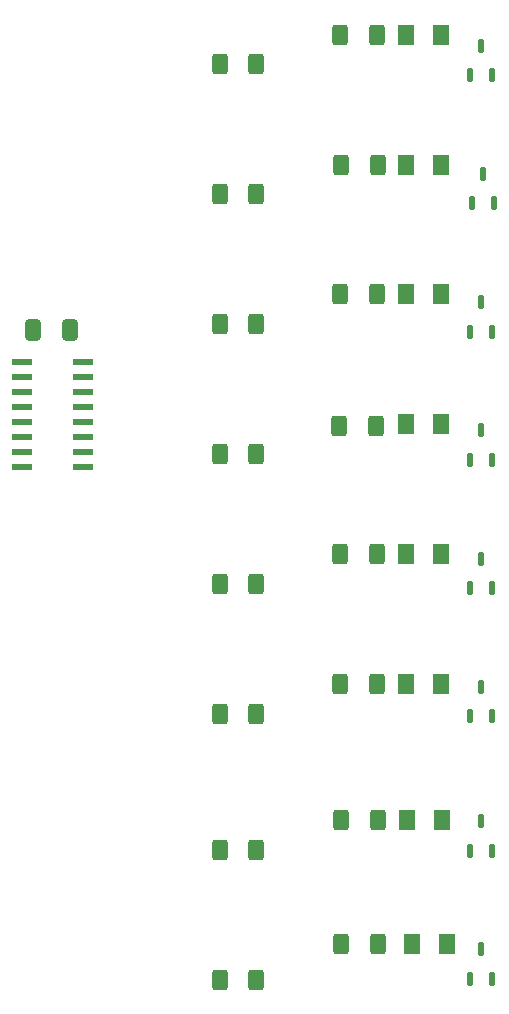
<source format=gbr>
%TF.GenerationSoftware,KiCad,Pcbnew,9.0.7*%
%TF.CreationDate,2026-02-04T22:16:56+01:00*%
%TF.ProjectId,shiftBoard,73686966-7442-46f6-9172-642e6b696361,rev?*%
%TF.SameCoordinates,Original*%
%TF.FileFunction,Paste,Top*%
%TF.FilePolarity,Positive*%
%FSLAX46Y46*%
G04 Gerber Fmt 4.6, Leading zero omitted, Abs format (unit mm)*
G04 Created by KiCad (PCBNEW 9.0.7) date 2026-02-04 22:16:56*
%MOMM*%
%LPD*%
G01*
G04 APERTURE LIST*
G04 Aperture macros list*
%AMRoundRect*
0 Rectangle with rounded corners*
0 $1 Rounding radius*
0 $2 $3 $4 $5 $6 $7 $8 $9 X,Y pos of 4 corners*
0 Add a 4 corners polygon primitive as box body*
4,1,4,$2,$3,$4,$5,$6,$7,$8,$9,$2,$3,0*
0 Add four circle primitives for the rounded corners*
1,1,$1+$1,$2,$3*
1,1,$1+$1,$4,$5*
1,1,$1+$1,$6,$7*
1,1,$1+$1,$8,$9*
0 Add four rect primitives between the rounded corners*
20,1,$1+$1,$2,$3,$4,$5,0*
20,1,$1+$1,$4,$5,$6,$7,0*
20,1,$1+$1,$6,$7,$8,$9,0*
20,1,$1+$1,$8,$9,$2,$3,0*%
G04 Aperture macros list end*
%ADD10RoundRect,0.147500X0.147500X-0.457500X0.147500X0.457500X-0.147500X0.457500X-0.147500X-0.457500X0*%
%ADD11RoundRect,0.250000X0.400000X0.625000X-0.400000X0.625000X-0.400000X-0.625000X0.400000X-0.625000X0*%
%ADD12RoundRect,0.250001X0.462499X0.624999X-0.462499X0.624999X-0.462499X-0.624999X0.462499X-0.624999X0*%
%ADD13RoundRect,0.250000X-0.412500X-0.650000X0.412500X-0.650000X0.412500X0.650000X-0.412500X0.650000X0*%
%ADD14R,1.701800X0.533400*%
G04 APERTURE END LIST*
D10*
%TO.C,Q3*%
X227877500Y-102724285D03*
X229777500Y-102724285D03*
X228827500Y-100214285D03*
%TD*%
D11*
%TO.C,R14*%
X209827500Y-69500000D03*
X206727500Y-69500000D03*
%TD*%
D10*
%TO.C,Q7*%
X228050000Y-59295714D03*
X229950000Y-59295714D03*
X229000000Y-56785714D03*
%TD*%
D12*
%TO.C,D15*%
X225500000Y-56000000D03*
X222525000Y-56000000D03*
%TD*%
D11*
%TO.C,R13*%
X209827500Y-80500000D03*
X206727500Y-80500000D03*
%TD*%
D12*
%TO.C,D9*%
X225975000Y-122000000D03*
X223000000Y-122000000D03*
%TD*%
D11*
%TO.C,R9*%
X209827500Y-125000000D03*
X206727500Y-125000000D03*
%TD*%
D12*
%TO.C,D12*%
X225475000Y-89000000D03*
X222500000Y-89000000D03*
%TD*%
D11*
%TO.C,R10*%
X209827500Y-102500000D03*
X206727500Y-102500000D03*
%TD*%
%TO.C,R1*%
X220100000Y-122000000D03*
X217000000Y-122000000D03*
%TD*%
%TO.C,R15*%
X209827500Y-58500000D03*
X206727500Y-58500000D03*
%TD*%
D13*
%TO.C,C1*%
X190937500Y-70000000D03*
X194062500Y-70000000D03*
%TD*%
D10*
%TO.C,Q1*%
X227877500Y-124938571D03*
X229777500Y-124938571D03*
X228827500Y-122428571D03*
%TD*%
D11*
%TO.C,R6*%
X220000000Y-67000000D03*
X216900000Y-67000000D03*
%TD*%
%TO.C,R2*%
X220100000Y-111500000D03*
X217000000Y-111500000D03*
%TD*%
D10*
%TO.C,Q4*%
X227877500Y-91867142D03*
X229777500Y-91867142D03*
X228827500Y-89357142D03*
%TD*%
D11*
%TO.C,R12*%
X209827500Y-91500000D03*
X206727500Y-91500000D03*
%TD*%
%TO.C,R3*%
X220050000Y-100000000D03*
X216950000Y-100000000D03*
%TD*%
D12*
%TO.C,D11*%
X225500000Y-100000000D03*
X222525000Y-100000000D03*
%TD*%
D10*
%TO.C,Q6*%
X227877500Y-70152857D03*
X229777500Y-70152857D03*
X228827500Y-67642857D03*
%TD*%
D12*
%TO.C,D16*%
X225500000Y-45000000D03*
X222525000Y-45000000D03*
%TD*%
D11*
%TO.C,R16*%
X209827500Y-47500000D03*
X206727500Y-47500000D03*
%TD*%
%TO.C,R8*%
X220000000Y-45000000D03*
X216900000Y-45000000D03*
%TD*%
D14*
%TO.C,U2*%
X195181600Y-81620000D03*
X195181600Y-80350000D03*
X195181600Y-79080000D03*
X195181600Y-77810000D03*
X195181600Y-76540000D03*
X195181600Y-75270000D03*
X195181600Y-74000000D03*
X195181600Y-72730000D03*
X190000000Y-72730000D03*
X190000000Y-74000000D03*
X190000000Y-75270000D03*
X190000000Y-76540000D03*
X190000000Y-77810000D03*
X190000000Y-79080000D03*
X190000000Y-80350000D03*
X190000000Y-81620000D03*
%TD*%
D12*
%TO.C,D14*%
X225500000Y-67000000D03*
X222525000Y-67000000D03*
%TD*%
D10*
%TO.C,Q8*%
X227877500Y-48438571D03*
X229777500Y-48438571D03*
X228827500Y-45928571D03*
%TD*%
D12*
%TO.C,D13*%
X225500000Y-78000000D03*
X222525000Y-78000000D03*
%TD*%
D11*
%TO.C,R7*%
X220100000Y-56000000D03*
X217000000Y-56000000D03*
%TD*%
D10*
%TO.C,Q2*%
X227877500Y-114081428D03*
X229777500Y-114081428D03*
X228827500Y-111571428D03*
%TD*%
%TO.C,Q5*%
X227877500Y-81010000D03*
X229777500Y-81010000D03*
X228827500Y-78500000D03*
%TD*%
D11*
%TO.C,R5*%
X219932500Y-78120000D03*
X216832500Y-78120000D03*
%TD*%
D12*
%TO.C,D10*%
X225550000Y-111500000D03*
X222575000Y-111500000D03*
%TD*%
D11*
%TO.C,R11*%
X209827500Y-114000000D03*
X206727500Y-114000000D03*
%TD*%
%TO.C,R4*%
X220000000Y-89000000D03*
X216900000Y-89000000D03*
%TD*%
M02*

</source>
